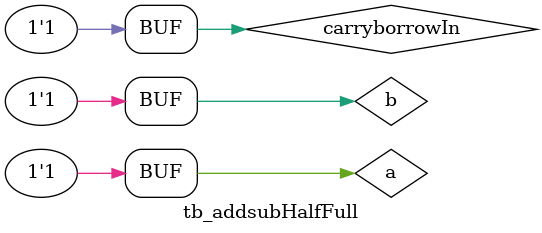
<source format=v>
module tb_addsubHalfFull;
reg a, b, carryborrowIn;
wire carryborrowOut, sumdiff;

initial begin
    a = 1'b0;
    b = 1'b0;
    carryborrowIn = 1'b0;
    
    #100;
    a = 1'b0;
    b = 1'b0;
    carryborrowIn = 1'b1;
        
    #100;
    a = 1'b0;
    b = 1'b1;
    carryborrowIn = 1'b0;

    #100;
    a = 1'b0;
    b = 1'b1;
    carryborrowIn = 1'b1;

    #100;
    a = 1'b1;
    b = 1'b0;
    carryborrowIn = 1'b0;

    #100;
    a = 1'b1;
    b = 1'b0;
    carryborrowIn = 1'b1;       

    #100;
    a = 1'b1;
    b = 1'b1;
    carryborrowIn = 1'b0;
    
    #100;
    a = 1'b1;
    b = 1'b1;
    carryborrowIn = 1'b1;
end

exp3 dut(
    .modeAddSubtract(1'bx), // ** MODIFY HERE **
    .modeHalfFull(1'bx), // ** MODIFY HERE **
    .a(a),
    .b(b),
    .carryborrowIn(carryborrowIn),
    .carryborrowOut(carryborrowOut),
    .sumdiff(sumdiff)
    );

endmodule

</source>
